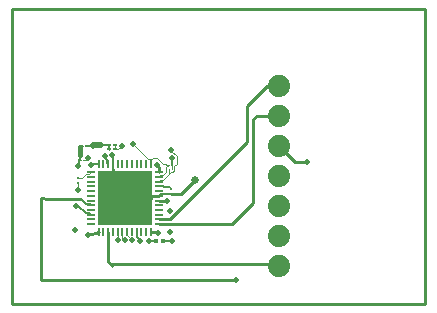
<source format=gbr>
G04 EAGLE Gerber X2 export*
%TF.Part,Single*%
%TF.FileFunction,Copper,L1,Top,Mixed*%
%TF.FilePolarity,Positive*%
%TF.GenerationSoftware,Autodesk,EAGLE,8.6.3*%
%TF.CreationDate,2018-03-01T00:52:03Z*%
G75*
%MOMM*%
%FSLAX34Y34*%
%LPD*%
%AMOC8*
5,1,8,0,0,1.08239X$1,22.5*%
G01*
%ADD10R,0.680000X0.230000*%
%ADD11R,4.600000X4.600000*%
%ADD12R,0.230000X0.680000*%
%ADD13R,0.125000X0.150000*%
%ADD14R,0.300000X0.200000*%
%ADD15R,0.250000X0.250000*%
%ADD16R,0.350000X0.400000*%
%ADD17C,1.879600*%
%ADD18R,0.211600X0.200000*%
%ADD19C,0.152400*%
%ADD20C,0.101600*%
%ADD21C,0.508000*%
%ADD22C,0.127000*%
%ADD23C,0.654800*%
%ADD24C,0.254000*%
%ADD25C,0.203200*%
%ADD26C,0.381000*%
%ADD27C,0.508000*%
%ADD28C,0.254000*%


D10*
X66920Y111600D03*
D11*
X95520Y89600D03*
D10*
X66920Y107600D03*
X66920Y103600D03*
X66920Y99600D03*
X66920Y95600D03*
X66920Y91600D03*
X66920Y87600D03*
X66920Y83600D03*
X66920Y79600D03*
X66920Y75600D03*
X66920Y71600D03*
X66920Y67600D03*
D12*
X73520Y61000D03*
X77520Y61000D03*
X81520Y61000D03*
X85520Y61000D03*
X89520Y61000D03*
X93520Y61000D03*
X97520Y61000D03*
X101520Y61000D03*
X105520Y61000D03*
X109520Y61000D03*
X113520Y61000D03*
X117520Y61000D03*
D10*
X124120Y67600D03*
X124120Y71600D03*
X124120Y75600D03*
X124120Y79600D03*
X124120Y83600D03*
X124120Y87600D03*
X124120Y91600D03*
X124120Y95600D03*
X124120Y99600D03*
X124120Y103600D03*
X124120Y107600D03*
X124120Y111600D03*
D12*
X117520Y118200D03*
X113520Y118200D03*
X109520Y118200D03*
X105520Y118200D03*
X101520Y118200D03*
X97520Y118200D03*
X93520Y118200D03*
X89520Y118200D03*
X85520Y118200D03*
X81520Y118200D03*
X77520Y118200D03*
X73520Y118200D03*
D13*
X60588Y121772D03*
X58225Y121772D03*
D14*
X87350Y134270D03*
X87350Y131270D03*
X81950Y131270D03*
X81950Y134270D03*
D13*
X135303Y114430D03*
X132940Y114430D03*
X135343Y117910D03*
X132980Y117910D03*
D15*
X55670Y106966D03*
X55670Y102394D03*
X134780Y97756D03*
X134780Y93184D03*
D16*
X128173Y53717D03*
X121973Y53717D03*
D17*
X225959Y184637D03*
X225959Y159237D03*
X225959Y133837D03*
X225959Y108437D03*
X225959Y83037D03*
X225959Y57637D03*
X225959Y32237D03*
D18*
X63046Y134089D03*
X59130Y134089D03*
D19*
X95520Y89600D02*
X114487Y89600D01*
D20*
X62454Y121790D02*
X60588Y121772D01*
X62454Y121790D02*
X64540Y123876D01*
D21*
X64540Y123876D03*
D20*
X87350Y131270D02*
X87350Y134270D01*
X87350Y131270D02*
X90150Y131270D01*
X92920Y134040D01*
D21*
X92920Y134040D03*
D20*
X135303Y117870D02*
X135343Y117910D01*
X135303Y117870D02*
X135303Y114430D01*
X55670Y102394D02*
X55670Y96980D01*
X55630Y96940D01*
D21*
X55630Y96940D03*
X84590Y125970D03*
D22*
X85520Y125040D01*
X85520Y118200D01*
X135343Y117910D02*
X135343Y123393D01*
X135460Y123510D01*
D21*
X135460Y123510D03*
D22*
X134780Y93184D02*
X128589Y93184D01*
X128204Y92799D01*
X125319Y92799D01*
X124120Y91600D01*
D21*
X133490Y78890D03*
D19*
X134818Y53717D02*
X128173Y53717D01*
X134818Y53717D02*
X135390Y53145D01*
D21*
X135390Y53145D03*
D23*
X155000Y105000D03*
D24*
X143184Y93184D01*
X134780Y93184D01*
X124120Y91600D02*
X117816Y91600D01*
X116487Y91600D01*
X114487Y89600D01*
D25*
X85520Y114012D02*
X85520Y118200D01*
X95290Y91770D02*
X95520Y89600D01*
D24*
X85520Y99600D02*
X85520Y114012D01*
X85520Y99600D02*
X95290Y91770D01*
D23*
X95290Y91770D03*
D24*
X95520Y89600D02*
X99278Y85842D01*
X99278Y73171D01*
D23*
X99278Y73171D03*
X111499Y73034D03*
X111554Y83063D03*
D24*
X117816Y89325D01*
X117816Y91600D01*
D21*
X53000Y63000D03*
D20*
X62889Y110274D02*
X65594Y110274D01*
X66920Y111600D01*
X59581Y106966D02*
X55670Y106966D01*
X59581Y106966D02*
X62889Y110274D01*
D22*
X124120Y99600D02*
X128603Y99600D01*
X129114Y99089D01*
X133447Y99089D02*
X134780Y97756D01*
X133447Y99089D02*
X129114Y99089D01*
D24*
X122753Y61000D02*
X117520Y61000D01*
X122753Y61000D02*
X123342Y60411D01*
D21*
X123342Y60411D03*
D20*
X124440Y103280D02*
X124120Y103600D01*
X125446Y104926D01*
X128151Y104926D01*
X132940Y109715D01*
X132940Y110000D01*
X132940Y114430D01*
D21*
X135000Y130000D03*
D20*
X135096Y112156D02*
X132940Y110000D01*
X135096Y112156D02*
X136559Y112156D01*
X135000Y129717D02*
X135000Y130000D01*
X135000Y129717D02*
X139524Y125193D01*
X137492Y116529D02*
X137492Y113089D01*
X137492Y116529D02*
X139524Y118561D01*
X137492Y113089D02*
X136559Y112156D01*
X139524Y118561D02*
X139524Y125193D01*
X125446Y108926D02*
X124120Y107600D01*
X125446Y108926D02*
X128151Y108926D01*
X130791Y115811D02*
X131684Y116704D01*
X131774Y116704D01*
X132980Y117910D01*
X130791Y111566D02*
X128151Y108926D01*
X130791Y111566D02*
X130791Y115811D01*
D21*
X102727Y135858D03*
D20*
X115461Y123124D01*
X128335Y118664D02*
X132980Y117910D01*
X128335Y118664D02*
X123121Y123878D01*
X115461Y123124D01*
D21*
X56310Y116648D03*
X131661Y87446D03*
D24*
X124274Y87446D01*
X124240Y87480D01*
X124120Y87480D01*
X124120Y87600D02*
X124240Y87480D01*
D25*
X57970Y123403D02*
X57931Y123364D01*
X57970Y123403D02*
X57970Y125956D01*
X57970Y127958D01*
X57931Y123364D02*
X57220Y121399D01*
D22*
X58225Y121772D01*
D25*
X57220Y121399D02*
X57220Y117557D01*
X56310Y116648D01*
D24*
X57970Y132928D02*
X59130Y134089D01*
D26*
X57970Y132928D02*
X57970Y125956D01*
D24*
X124120Y71600D02*
X124684Y72164D01*
X133589Y72164D01*
X198675Y137250D01*
X198675Y167258D01*
X216055Y184637D01*
X225959Y184637D01*
X186326Y67600D02*
X124120Y67600D01*
X204244Y85518D02*
X204244Y156319D01*
X207162Y159237D01*
X225959Y159237D01*
X204244Y85518D02*
X186326Y67600D01*
D21*
X95646Y54044D03*
D20*
X93520Y56397D02*
X93520Y61000D01*
X93520Y56397D02*
X93614Y56303D01*
X93614Y56076D01*
X95646Y54044D01*
X97520Y58266D02*
X97520Y61000D01*
X97520Y58266D02*
X101742Y54044D01*
D21*
X101742Y54044D03*
D19*
X105520Y56753D02*
X105520Y61000D01*
X105520Y56753D02*
X108656Y53617D01*
D21*
X108656Y53617D03*
X54205Y83172D03*
D19*
X65848Y76672D02*
X66920Y75600D01*
X65848Y76672D02*
X62784Y76672D01*
X56284Y83172D02*
X54205Y83172D01*
X56284Y83172D02*
X62784Y76672D01*
D20*
X89520Y61000D02*
X89520Y54650D01*
X89530Y54470D01*
D21*
X89530Y54470D03*
D19*
X73520Y118200D02*
X67160Y118200D01*
X66540Y117780D01*
D21*
X66540Y117780D03*
D24*
X73520Y61000D02*
X69948Y60561D01*
X64407Y58371D01*
D21*
X64407Y58371D03*
X133810Y60790D03*
D24*
X225959Y133837D02*
X239797Y120000D01*
X250000Y120000D01*
D21*
X250000Y120000D03*
D24*
X124120Y116050D02*
X124120Y111600D01*
X124120Y116050D02*
X123020Y117337D01*
D21*
X123020Y117337D03*
D19*
X75574Y134270D02*
X73670Y134270D01*
X75574Y134270D02*
X81950Y134270D01*
X81950Y131270D01*
D24*
X81850Y131370D01*
D25*
X68485Y134089D02*
X63046Y134089D01*
X68485Y134089D02*
X68531Y134135D01*
D27*
X68666Y134270D01*
X75574Y134270D01*
D21*
X78494Y125156D03*
D19*
X80448Y119272D02*
X81520Y118200D01*
X80448Y119272D02*
X80448Y122337D01*
X78494Y124291D02*
X78494Y125156D01*
X78494Y124291D02*
X80448Y122337D01*
D21*
X116328Y53427D03*
D19*
X121684Y53427D01*
X121973Y53717D01*
X66920Y83600D02*
X65848Y84672D01*
X62784Y84672D01*
X61742Y85714D01*
X61742Y85827D01*
X58308Y89261D01*
D24*
X30739Y89261D01*
X25000Y90000D01*
X25000Y20000D01*
X190000Y20000D01*
D21*
X190000Y20000D03*
D24*
X81520Y35480D02*
X81520Y61000D01*
X81520Y35480D02*
X83500Y33500D01*
X85000Y32000D01*
X83500Y33500D02*
X224697Y33500D01*
X225959Y32237D01*
D28*
X0Y0D02*
X350000Y0D01*
X350000Y250000D01*
X0Y250000D01*
X0Y0D01*
M02*

</source>
